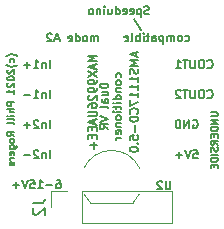
<source format=gbo>
G04 #@! TF.GenerationSoftware,KiCad,Pcbnew,8.0.2*
G04 #@! TF.CreationDate,2024-05-02T19:27:24+02:00*
G04 #@! TF.ProjectId,VR-Conditioner-MAX9926+reg,56522d43-6f6e-4646-9974-696f6e65722d,3.7*
G04 #@! TF.SameCoordinates,PX68c4118PY713e7a8*
G04 #@! TF.FileFunction,Legend,Bot*
G04 #@! TF.FilePolarity,Positive*
%FSLAX46Y46*%
G04 Gerber Fmt 4.6, Leading zero omitted, Abs format (unit mm)*
G04 Created by KiCad (PCBNEW 8.0.2) date 2024-05-02 19:27:24*
%MOMM*%
%LPD*%
G01*
G04 APERTURE LIST*
%ADD10C,0.150000*%
%ADD11C,0.120000*%
G04 APERTURE END LIST*
D10*
X11516229Y18467919D02*
X11516229Y18934586D01*
X11516229Y18867919D02*
X11482896Y18901252D01*
X11482896Y18901252D02*
X11416229Y18934586D01*
X11416229Y18934586D02*
X11316229Y18934586D01*
X11316229Y18934586D02*
X11249562Y18901252D01*
X11249562Y18901252D02*
X11216229Y18834586D01*
X11216229Y18834586D02*
X11216229Y18467919D01*
X11216229Y18834586D02*
X11182896Y18901252D01*
X11182896Y18901252D02*
X11116229Y18934586D01*
X11116229Y18934586D02*
X11016229Y18934586D01*
X11016229Y18934586D02*
X10949562Y18901252D01*
X10949562Y18901252D02*
X10916229Y18834586D01*
X10916229Y18834586D02*
X10916229Y18467919D01*
X10482896Y18467919D02*
X10549563Y18501252D01*
X10549563Y18501252D02*
X10582896Y18534586D01*
X10582896Y18534586D02*
X10616229Y18601252D01*
X10616229Y18601252D02*
X10616229Y18801252D01*
X10616229Y18801252D02*
X10582896Y18867919D01*
X10582896Y18867919D02*
X10549563Y18901252D01*
X10549563Y18901252D02*
X10482896Y18934586D01*
X10482896Y18934586D02*
X10382896Y18934586D01*
X10382896Y18934586D02*
X10316229Y18901252D01*
X10316229Y18901252D02*
X10282896Y18867919D01*
X10282896Y18867919D02*
X10249563Y18801252D01*
X10249563Y18801252D02*
X10249563Y18601252D01*
X10249563Y18601252D02*
X10282896Y18534586D01*
X10282896Y18534586D02*
X10316229Y18501252D01*
X10316229Y18501252D02*
X10382896Y18467919D01*
X10382896Y18467919D02*
X10482896Y18467919D01*
X9649563Y18467919D02*
X9649563Y19167919D01*
X9649563Y18501252D02*
X9716230Y18467919D01*
X9716230Y18467919D02*
X9849563Y18467919D01*
X9849563Y18467919D02*
X9916230Y18501252D01*
X9916230Y18501252D02*
X9949563Y18534586D01*
X9949563Y18534586D02*
X9982896Y18601252D01*
X9982896Y18601252D02*
X9982896Y18801252D01*
X9982896Y18801252D02*
X9949563Y18867919D01*
X9949563Y18867919D02*
X9916230Y18901252D01*
X9916230Y18901252D02*
X9849563Y18934586D01*
X9849563Y18934586D02*
X9716230Y18934586D01*
X9716230Y18934586D02*
X9649563Y18901252D01*
X9049563Y18501252D02*
X9116230Y18467919D01*
X9116230Y18467919D02*
X9249563Y18467919D01*
X9249563Y18467919D02*
X9316230Y18501252D01*
X9316230Y18501252D02*
X9349563Y18567919D01*
X9349563Y18567919D02*
X9349563Y18834586D01*
X9349563Y18834586D02*
X9316230Y18901252D01*
X9316230Y18901252D02*
X9249563Y18934586D01*
X9249563Y18934586D02*
X9116230Y18934586D01*
X9116230Y18934586D02*
X9049563Y18901252D01*
X9049563Y18901252D02*
X9016230Y18834586D01*
X9016230Y18834586D02*
X9016230Y18767919D01*
X9016230Y18767919D02*
X9349563Y18701252D01*
X8216230Y18667919D02*
X7882897Y18667919D01*
X8282897Y18467919D02*
X8049564Y19167919D01*
X8049564Y19167919D02*
X7816230Y18467919D01*
X7616230Y19101252D02*
X7582897Y19134586D01*
X7582897Y19134586D02*
X7516230Y19167919D01*
X7516230Y19167919D02*
X7349564Y19167919D01*
X7349564Y19167919D02*
X7282897Y19134586D01*
X7282897Y19134586D02*
X7249564Y19101252D01*
X7249564Y19101252D02*
X7216230Y19034586D01*
X7216230Y19034586D02*
X7216230Y18967919D01*
X7216230Y18967919D02*
X7249564Y18867919D01*
X7249564Y18867919D02*
X7649564Y18467919D01*
X7649564Y18467919D02*
X7216230Y18467919D01*
X15860000Y20794261D02*
X15760000Y20760928D01*
X15760000Y20760928D02*
X15593334Y20760928D01*
X15593334Y20760928D02*
X15526667Y20794261D01*
X15526667Y20794261D02*
X15493334Y20827595D01*
X15493334Y20827595D02*
X15460000Y20894261D01*
X15460000Y20894261D02*
X15460000Y20960928D01*
X15460000Y20960928D02*
X15493334Y21027595D01*
X15493334Y21027595D02*
X15526667Y21060928D01*
X15526667Y21060928D02*
X15593334Y21094261D01*
X15593334Y21094261D02*
X15726667Y21127595D01*
X15726667Y21127595D02*
X15793334Y21160928D01*
X15793334Y21160928D02*
X15826667Y21194261D01*
X15826667Y21194261D02*
X15860000Y21260928D01*
X15860000Y21260928D02*
X15860000Y21327595D01*
X15860000Y21327595D02*
X15826667Y21394261D01*
X15826667Y21394261D02*
X15793334Y21427595D01*
X15793334Y21427595D02*
X15726667Y21460928D01*
X15726667Y21460928D02*
X15560000Y21460928D01*
X15560000Y21460928D02*
X15460000Y21427595D01*
X15160000Y21227595D02*
X15160000Y20527595D01*
X15160000Y21194261D02*
X15093333Y21227595D01*
X15093333Y21227595D02*
X14960000Y21227595D01*
X14960000Y21227595D02*
X14893333Y21194261D01*
X14893333Y21194261D02*
X14860000Y21160928D01*
X14860000Y21160928D02*
X14826667Y21094261D01*
X14826667Y21094261D02*
X14826667Y20894261D01*
X14826667Y20894261D02*
X14860000Y20827595D01*
X14860000Y20827595D02*
X14893333Y20794261D01*
X14893333Y20794261D02*
X14960000Y20760928D01*
X14960000Y20760928D02*
X15093333Y20760928D01*
X15093333Y20760928D02*
X15160000Y20794261D01*
X14260000Y20794261D02*
X14326667Y20760928D01*
X14326667Y20760928D02*
X14460000Y20760928D01*
X14460000Y20760928D02*
X14526667Y20794261D01*
X14526667Y20794261D02*
X14560000Y20860928D01*
X14560000Y20860928D02*
X14560000Y21127595D01*
X14560000Y21127595D02*
X14526667Y21194261D01*
X14526667Y21194261D02*
X14460000Y21227595D01*
X14460000Y21227595D02*
X14326667Y21227595D01*
X14326667Y21227595D02*
X14260000Y21194261D01*
X14260000Y21194261D02*
X14226667Y21127595D01*
X14226667Y21127595D02*
X14226667Y21060928D01*
X14226667Y21060928D02*
X14560000Y20994261D01*
X13660000Y20794261D02*
X13726667Y20760928D01*
X13726667Y20760928D02*
X13860000Y20760928D01*
X13860000Y20760928D02*
X13926667Y20794261D01*
X13926667Y20794261D02*
X13960000Y20860928D01*
X13960000Y20860928D02*
X13960000Y21127595D01*
X13960000Y21127595D02*
X13926667Y21194261D01*
X13926667Y21194261D02*
X13860000Y21227595D01*
X13860000Y21227595D02*
X13726667Y21227595D01*
X13726667Y21227595D02*
X13660000Y21194261D01*
X13660000Y21194261D02*
X13626667Y21127595D01*
X13626667Y21127595D02*
X13626667Y21060928D01*
X13626667Y21060928D02*
X13960000Y20994261D01*
X13026667Y20760928D02*
X13026667Y21460928D01*
X13026667Y20794261D02*
X13093334Y20760928D01*
X13093334Y20760928D02*
X13226667Y20760928D01*
X13226667Y20760928D02*
X13293334Y20794261D01*
X13293334Y20794261D02*
X13326667Y20827595D01*
X13326667Y20827595D02*
X13360000Y20894261D01*
X13360000Y20894261D02*
X13360000Y21094261D01*
X13360000Y21094261D02*
X13326667Y21160928D01*
X13326667Y21160928D02*
X13293334Y21194261D01*
X13293334Y21194261D02*
X13226667Y21227595D01*
X13226667Y21227595D02*
X13093334Y21227595D01*
X13093334Y21227595D02*
X13026667Y21194261D01*
X12393334Y21227595D02*
X12393334Y20760928D01*
X12693334Y21227595D02*
X12693334Y20860928D01*
X12693334Y20860928D02*
X12660001Y20794261D01*
X12660001Y20794261D02*
X12593334Y20760928D01*
X12593334Y20760928D02*
X12493334Y20760928D01*
X12493334Y20760928D02*
X12426667Y20794261D01*
X12426667Y20794261D02*
X12393334Y20827595D01*
X12060001Y20760928D02*
X12060001Y21227595D01*
X12060001Y21460928D02*
X12093334Y21427595D01*
X12093334Y21427595D02*
X12060001Y21394261D01*
X12060001Y21394261D02*
X12026668Y21427595D01*
X12026668Y21427595D02*
X12060001Y21460928D01*
X12060001Y21460928D02*
X12060001Y21394261D01*
X11726668Y21227595D02*
X11726668Y20760928D01*
X11726668Y21160928D02*
X11693335Y21194261D01*
X11693335Y21194261D02*
X11626668Y21227595D01*
X11626668Y21227595D02*
X11526668Y21227595D01*
X11526668Y21227595D02*
X11460001Y21194261D01*
X11460001Y21194261D02*
X11426668Y21127595D01*
X11426668Y21127595D02*
X11426668Y20760928D01*
X10993335Y20760928D02*
X11060002Y20794261D01*
X11060002Y20794261D02*
X11093335Y20827595D01*
X11093335Y20827595D02*
X11126668Y20894261D01*
X11126668Y20894261D02*
X11126668Y21094261D01*
X11126668Y21094261D02*
X11093335Y21160928D01*
X11093335Y21160928D02*
X11060002Y21194261D01*
X11060002Y21194261D02*
X10993335Y21227595D01*
X10993335Y21227595D02*
X10893335Y21227595D01*
X10893335Y21227595D02*
X10826668Y21194261D01*
X10826668Y21194261D02*
X10793335Y21160928D01*
X10793335Y21160928D02*
X10760002Y21094261D01*
X10760002Y21094261D02*
X10760002Y20894261D01*
X10760002Y20894261D02*
X10793335Y20827595D01*
X10793335Y20827595D02*
X10826668Y20794261D01*
X10826668Y20794261D02*
X10893335Y20760928D01*
X10893335Y20760928D02*
X10993335Y20760928D01*
X14610000Y20367300D02*
X15210000Y19467300D01*
X18926665Y18540339D02*
X18993332Y18507006D01*
X18993332Y18507006D02*
X19126665Y18507006D01*
X19126665Y18507006D02*
X19193332Y18540339D01*
X19193332Y18540339D02*
X19226665Y18573673D01*
X19226665Y18573673D02*
X19259998Y18640339D01*
X19259998Y18640339D02*
X19259998Y18840339D01*
X19259998Y18840339D02*
X19226665Y18907006D01*
X19226665Y18907006D02*
X19193332Y18940339D01*
X19193332Y18940339D02*
X19126665Y18973673D01*
X19126665Y18973673D02*
X18993332Y18973673D01*
X18993332Y18973673D02*
X18926665Y18940339D01*
X18526665Y18507006D02*
X18593332Y18540339D01*
X18593332Y18540339D02*
X18626665Y18573673D01*
X18626665Y18573673D02*
X18659998Y18640339D01*
X18659998Y18640339D02*
X18659998Y18840339D01*
X18659998Y18840339D02*
X18626665Y18907006D01*
X18626665Y18907006D02*
X18593332Y18940339D01*
X18593332Y18940339D02*
X18526665Y18973673D01*
X18526665Y18973673D02*
X18426665Y18973673D01*
X18426665Y18973673D02*
X18359998Y18940339D01*
X18359998Y18940339D02*
X18326665Y18907006D01*
X18326665Y18907006D02*
X18293332Y18840339D01*
X18293332Y18840339D02*
X18293332Y18640339D01*
X18293332Y18640339D02*
X18326665Y18573673D01*
X18326665Y18573673D02*
X18359998Y18540339D01*
X18359998Y18540339D02*
X18426665Y18507006D01*
X18426665Y18507006D02*
X18526665Y18507006D01*
X17993332Y18507006D02*
X17993332Y18973673D01*
X17993332Y18907006D02*
X17959999Y18940339D01*
X17959999Y18940339D02*
X17893332Y18973673D01*
X17893332Y18973673D02*
X17793332Y18973673D01*
X17793332Y18973673D02*
X17726665Y18940339D01*
X17726665Y18940339D02*
X17693332Y18873673D01*
X17693332Y18873673D02*
X17693332Y18507006D01*
X17693332Y18873673D02*
X17659999Y18940339D01*
X17659999Y18940339D02*
X17593332Y18973673D01*
X17593332Y18973673D02*
X17493332Y18973673D01*
X17493332Y18973673D02*
X17426665Y18940339D01*
X17426665Y18940339D02*
X17393332Y18873673D01*
X17393332Y18873673D02*
X17393332Y18507006D01*
X17059999Y18973673D02*
X17059999Y18273673D01*
X17059999Y18940339D02*
X16993332Y18973673D01*
X16993332Y18973673D02*
X16859999Y18973673D01*
X16859999Y18973673D02*
X16793332Y18940339D01*
X16793332Y18940339D02*
X16759999Y18907006D01*
X16759999Y18907006D02*
X16726666Y18840339D01*
X16726666Y18840339D02*
X16726666Y18640339D01*
X16726666Y18640339D02*
X16759999Y18573673D01*
X16759999Y18573673D02*
X16793332Y18540339D01*
X16793332Y18540339D02*
X16859999Y18507006D01*
X16859999Y18507006D02*
X16993332Y18507006D01*
X16993332Y18507006D02*
X17059999Y18540339D01*
X16126666Y18507006D02*
X16126666Y18873673D01*
X16126666Y18873673D02*
X16159999Y18940339D01*
X16159999Y18940339D02*
X16226666Y18973673D01*
X16226666Y18973673D02*
X16359999Y18973673D01*
X16359999Y18973673D02*
X16426666Y18940339D01*
X16126666Y18540339D02*
X16193333Y18507006D01*
X16193333Y18507006D02*
X16359999Y18507006D01*
X16359999Y18507006D02*
X16426666Y18540339D01*
X16426666Y18540339D02*
X16459999Y18607006D01*
X16459999Y18607006D02*
X16459999Y18673673D01*
X16459999Y18673673D02*
X16426666Y18740339D01*
X16426666Y18740339D02*
X16359999Y18773673D01*
X16359999Y18773673D02*
X16193333Y18773673D01*
X16193333Y18773673D02*
X16126666Y18807006D01*
X15893333Y18973673D02*
X15626666Y18973673D01*
X15793333Y19207006D02*
X15793333Y18607006D01*
X15793333Y18607006D02*
X15760000Y18540339D01*
X15760000Y18540339D02*
X15693333Y18507006D01*
X15693333Y18507006D02*
X15626666Y18507006D01*
X15393333Y18507006D02*
X15393333Y18973673D01*
X15393333Y19207006D02*
X15426666Y19173673D01*
X15426666Y19173673D02*
X15393333Y19140339D01*
X15393333Y19140339D02*
X15360000Y19173673D01*
X15360000Y19173673D02*
X15393333Y19207006D01*
X15393333Y19207006D02*
X15393333Y19140339D01*
X15060000Y18507006D02*
X15060000Y19207006D01*
X15060000Y18940339D02*
X14993333Y18973673D01*
X14993333Y18973673D02*
X14860000Y18973673D01*
X14860000Y18973673D02*
X14793333Y18940339D01*
X14793333Y18940339D02*
X14760000Y18907006D01*
X14760000Y18907006D02*
X14726667Y18840339D01*
X14726667Y18840339D02*
X14726667Y18640339D01*
X14726667Y18640339D02*
X14760000Y18573673D01*
X14760000Y18573673D02*
X14793333Y18540339D01*
X14793333Y18540339D02*
X14860000Y18507006D01*
X14860000Y18507006D02*
X14993333Y18507006D01*
X14993333Y18507006D02*
X15060000Y18540339D01*
X14326667Y18507006D02*
X14393334Y18540339D01*
X14393334Y18540339D02*
X14426667Y18607006D01*
X14426667Y18607006D02*
X14426667Y19207006D01*
X13793333Y18540339D02*
X13860000Y18507006D01*
X13860000Y18507006D02*
X13993333Y18507006D01*
X13993333Y18507006D02*
X14060000Y18540339D01*
X14060000Y18540339D02*
X14093333Y18607006D01*
X14093333Y18607006D02*
X14093333Y18873673D01*
X14093333Y18873673D02*
X14060000Y18940339D01*
X14060000Y18940339D02*
X13993333Y18973673D01*
X13993333Y18973673D02*
X13860000Y18973673D01*
X13860000Y18973673D02*
X13793333Y18940339D01*
X13793333Y18940339D02*
X13760000Y18873673D01*
X13760000Y18873673D02*
X13760000Y18807006D01*
X13760000Y18807006D02*
X14093333Y18740339D01*
X21068119Y12466556D02*
X21553833Y12466556D01*
X21553833Y12466556D02*
X21610976Y12437985D01*
X21610976Y12437985D02*
X21639548Y12409413D01*
X21639548Y12409413D02*
X21668119Y12352271D01*
X21668119Y12352271D02*
X21668119Y12237985D01*
X21668119Y12237985D02*
X21639548Y12180842D01*
X21639548Y12180842D02*
X21610976Y12152271D01*
X21610976Y12152271D02*
X21553833Y12123699D01*
X21553833Y12123699D02*
X21068119Y12123699D01*
X21668119Y11837985D02*
X21068119Y11837985D01*
X21068119Y11837985D02*
X21668119Y11495128D01*
X21668119Y11495128D02*
X21068119Y11495128D01*
X21668119Y11209414D02*
X21068119Y11209414D01*
X21068119Y11209414D02*
X21068119Y11066557D01*
X21068119Y11066557D02*
X21096690Y10980843D01*
X21096690Y10980843D02*
X21153833Y10923700D01*
X21153833Y10923700D02*
X21210976Y10895129D01*
X21210976Y10895129D02*
X21325262Y10866557D01*
X21325262Y10866557D02*
X21410976Y10866557D01*
X21410976Y10866557D02*
X21525262Y10895129D01*
X21525262Y10895129D02*
X21582405Y10923700D01*
X21582405Y10923700D02*
X21639548Y10980843D01*
X21639548Y10980843D02*
X21668119Y11066557D01*
X21668119Y11066557D02*
X21668119Y11209414D01*
X21353833Y10609414D02*
X21353833Y10409414D01*
X21668119Y10323700D02*
X21668119Y10609414D01*
X21668119Y10609414D02*
X21068119Y10609414D01*
X21068119Y10609414D02*
X21068119Y10323700D01*
X21668119Y9723700D02*
X21382405Y9923700D01*
X21668119Y10066557D02*
X21068119Y10066557D01*
X21068119Y10066557D02*
X21068119Y9837986D01*
X21068119Y9837986D02*
X21096690Y9780843D01*
X21096690Y9780843D02*
X21125262Y9752272D01*
X21125262Y9752272D02*
X21182405Y9723700D01*
X21182405Y9723700D02*
X21268119Y9723700D01*
X21268119Y9723700D02*
X21325262Y9752272D01*
X21325262Y9752272D02*
X21353833Y9780843D01*
X21353833Y9780843D02*
X21382405Y9837986D01*
X21382405Y9837986D02*
X21382405Y10066557D01*
X21639548Y9495129D02*
X21668119Y9409414D01*
X21668119Y9409414D02*
X21668119Y9266557D01*
X21668119Y9266557D02*
X21639548Y9209414D01*
X21639548Y9209414D02*
X21610976Y9180843D01*
X21610976Y9180843D02*
X21553833Y9152272D01*
X21553833Y9152272D02*
X21496690Y9152272D01*
X21496690Y9152272D02*
X21439548Y9180843D01*
X21439548Y9180843D02*
X21410976Y9209414D01*
X21410976Y9209414D02*
X21382405Y9266557D01*
X21382405Y9266557D02*
X21353833Y9380843D01*
X21353833Y9380843D02*
X21325262Y9437986D01*
X21325262Y9437986D02*
X21296690Y9466557D01*
X21296690Y9466557D02*
X21239548Y9495129D01*
X21239548Y9495129D02*
X21182405Y9495129D01*
X21182405Y9495129D02*
X21125262Y9466557D01*
X21125262Y9466557D02*
X21096690Y9437986D01*
X21096690Y9437986D02*
X21068119Y9380843D01*
X21068119Y9380843D02*
X21068119Y9237986D01*
X21068119Y9237986D02*
X21096690Y9152272D01*
X21668119Y8895128D02*
X21068119Y8895128D01*
X21668119Y8609414D02*
X21068119Y8609414D01*
X21068119Y8609414D02*
X21068119Y8466557D01*
X21068119Y8466557D02*
X21096690Y8380843D01*
X21096690Y8380843D02*
X21153833Y8323700D01*
X21153833Y8323700D02*
X21210976Y8295129D01*
X21210976Y8295129D02*
X21325262Y8266557D01*
X21325262Y8266557D02*
X21410976Y8266557D01*
X21410976Y8266557D02*
X21525262Y8295129D01*
X21525262Y8295129D02*
X21582405Y8323700D01*
X21582405Y8323700D02*
X21639548Y8380843D01*
X21639548Y8380843D02*
X21668119Y8466557D01*
X21668119Y8466557D02*
X21668119Y8609414D01*
X21353833Y8009414D02*
X21353833Y7809414D01*
X21668119Y7723700D02*
X21668119Y8009414D01*
X21668119Y8009414D02*
X21068119Y8009414D01*
X21068119Y8009414D02*
X21068119Y7723700D01*
X4683342Y17200002D02*
X4654771Y17228573D01*
X4654771Y17228573D02*
X4569057Y17285716D01*
X4569057Y17285716D02*
X4511914Y17314287D01*
X4511914Y17314287D02*
X4426200Y17342859D01*
X4426200Y17342859D02*
X4283342Y17371430D01*
X4283342Y17371430D02*
X4169057Y17371430D01*
X4169057Y17371430D02*
X4026200Y17342859D01*
X4026200Y17342859D02*
X3940485Y17314287D01*
X3940485Y17314287D02*
X3883342Y17285716D01*
X3883342Y17285716D02*
X3797628Y17228573D01*
X3797628Y17228573D02*
X3769057Y17200002D01*
X4426200Y16714287D02*
X4454771Y16771430D01*
X4454771Y16771430D02*
X4454771Y16885716D01*
X4454771Y16885716D02*
X4426200Y16942859D01*
X4426200Y16942859D02*
X4397628Y16971430D01*
X4397628Y16971430D02*
X4340485Y17000002D01*
X4340485Y17000002D02*
X4169057Y17000002D01*
X4169057Y17000002D02*
X4111914Y16971430D01*
X4111914Y16971430D02*
X4083342Y16942859D01*
X4083342Y16942859D02*
X4054771Y16885716D01*
X4054771Y16885716D02*
X4054771Y16771430D01*
X4054771Y16771430D02*
X4083342Y16714287D01*
X4683342Y16514287D02*
X4654771Y16485716D01*
X4654771Y16485716D02*
X4569057Y16428573D01*
X4569057Y16428573D02*
X4511914Y16400001D01*
X4511914Y16400001D02*
X4426200Y16371430D01*
X4426200Y16371430D02*
X4283342Y16342859D01*
X4283342Y16342859D02*
X4169057Y16342859D01*
X4169057Y16342859D02*
X4026200Y16371430D01*
X4026200Y16371430D02*
X3940485Y16400001D01*
X3940485Y16400001D02*
X3883342Y16428573D01*
X3883342Y16428573D02*
X3797628Y16485716D01*
X3797628Y16485716D02*
X3769057Y16514287D01*
X3911914Y16085716D02*
X3883342Y16057144D01*
X3883342Y16057144D02*
X3854771Y16000001D01*
X3854771Y16000001D02*
X3854771Y15857144D01*
X3854771Y15857144D02*
X3883342Y15800001D01*
X3883342Y15800001D02*
X3911914Y15771430D01*
X3911914Y15771430D02*
X3969057Y15742859D01*
X3969057Y15742859D02*
X4026200Y15742859D01*
X4026200Y15742859D02*
X4111914Y15771430D01*
X4111914Y15771430D02*
X4454771Y16114287D01*
X4454771Y16114287D02*
X4454771Y15742859D01*
X3854771Y15371430D02*
X3854771Y15314287D01*
X3854771Y15314287D02*
X3883342Y15257144D01*
X3883342Y15257144D02*
X3911914Y15228572D01*
X3911914Y15228572D02*
X3969057Y15200001D01*
X3969057Y15200001D02*
X4083342Y15171430D01*
X4083342Y15171430D02*
X4226200Y15171430D01*
X4226200Y15171430D02*
X4340485Y15200001D01*
X4340485Y15200001D02*
X4397628Y15228572D01*
X4397628Y15228572D02*
X4426200Y15257144D01*
X4426200Y15257144D02*
X4454771Y15314287D01*
X4454771Y15314287D02*
X4454771Y15371430D01*
X4454771Y15371430D02*
X4426200Y15428572D01*
X4426200Y15428572D02*
X4397628Y15457144D01*
X4397628Y15457144D02*
X4340485Y15485715D01*
X4340485Y15485715D02*
X4226200Y15514287D01*
X4226200Y15514287D02*
X4083342Y15514287D01*
X4083342Y15514287D02*
X3969057Y15485715D01*
X3969057Y15485715D02*
X3911914Y15457144D01*
X3911914Y15457144D02*
X3883342Y15428572D01*
X3883342Y15428572D02*
X3854771Y15371430D01*
X3911914Y14942858D02*
X3883342Y14914286D01*
X3883342Y14914286D02*
X3854771Y14857143D01*
X3854771Y14857143D02*
X3854771Y14714286D01*
X3854771Y14714286D02*
X3883342Y14657143D01*
X3883342Y14657143D02*
X3911914Y14628572D01*
X3911914Y14628572D02*
X3969057Y14600001D01*
X3969057Y14600001D02*
X4026200Y14600001D01*
X4026200Y14600001D02*
X4111914Y14628572D01*
X4111914Y14628572D02*
X4454771Y14971429D01*
X4454771Y14971429D02*
X4454771Y14600001D01*
X4454771Y14028572D02*
X4454771Y14371429D01*
X4454771Y14200000D02*
X3854771Y14200000D01*
X3854771Y14200000D02*
X3940485Y14257143D01*
X3940485Y14257143D02*
X3997628Y14314286D01*
X3997628Y14314286D02*
X4026200Y14371429D01*
X4454771Y13314285D02*
X3854771Y13314285D01*
X3854771Y13314285D02*
X3854771Y13085714D01*
X3854771Y13085714D02*
X3883342Y13028571D01*
X3883342Y13028571D02*
X3911914Y13000000D01*
X3911914Y13000000D02*
X3969057Y12971428D01*
X3969057Y12971428D02*
X4054771Y12971428D01*
X4054771Y12971428D02*
X4111914Y13000000D01*
X4111914Y13000000D02*
X4140485Y13028571D01*
X4140485Y13028571D02*
X4169057Y13085714D01*
X4169057Y13085714D02*
X4169057Y13314285D01*
X4454771Y12714285D02*
X3854771Y12714285D01*
X4454771Y12457142D02*
X4140485Y12457142D01*
X4140485Y12457142D02*
X4083342Y12485714D01*
X4083342Y12485714D02*
X4054771Y12542857D01*
X4054771Y12542857D02*
X4054771Y12628571D01*
X4054771Y12628571D02*
X4083342Y12685714D01*
X4083342Y12685714D02*
X4111914Y12714285D01*
X4454771Y12171428D02*
X4054771Y12171428D01*
X3854771Y12171428D02*
X3883342Y12200000D01*
X3883342Y12200000D02*
X3911914Y12171428D01*
X3911914Y12171428D02*
X3883342Y12142857D01*
X3883342Y12142857D02*
X3854771Y12171428D01*
X3854771Y12171428D02*
X3911914Y12171428D01*
X4454771Y11800000D02*
X4426200Y11857143D01*
X4426200Y11857143D02*
X4369057Y11885714D01*
X4369057Y11885714D02*
X3854771Y11885714D01*
X4454771Y11485714D02*
X4426200Y11542857D01*
X4426200Y11542857D02*
X4369057Y11571428D01*
X4369057Y11571428D02*
X3854771Y11571428D01*
X4454771Y10457142D02*
X4169057Y10657142D01*
X4454771Y10799999D02*
X3854771Y10799999D01*
X3854771Y10799999D02*
X3854771Y10571428D01*
X3854771Y10571428D02*
X3883342Y10514285D01*
X3883342Y10514285D02*
X3911914Y10485714D01*
X3911914Y10485714D02*
X3969057Y10457142D01*
X3969057Y10457142D02*
X4054771Y10457142D01*
X4054771Y10457142D02*
X4111914Y10485714D01*
X4111914Y10485714D02*
X4140485Y10514285D01*
X4140485Y10514285D02*
X4169057Y10571428D01*
X4169057Y10571428D02*
X4169057Y10799999D01*
X4454771Y10114285D02*
X4426200Y10171428D01*
X4426200Y10171428D02*
X4397628Y10199999D01*
X4397628Y10199999D02*
X4340485Y10228571D01*
X4340485Y10228571D02*
X4169057Y10228571D01*
X4169057Y10228571D02*
X4111914Y10199999D01*
X4111914Y10199999D02*
X4083342Y10171428D01*
X4083342Y10171428D02*
X4054771Y10114285D01*
X4054771Y10114285D02*
X4054771Y10028571D01*
X4054771Y10028571D02*
X4083342Y9971428D01*
X4083342Y9971428D02*
X4111914Y9942856D01*
X4111914Y9942856D02*
X4169057Y9914285D01*
X4169057Y9914285D02*
X4340485Y9914285D01*
X4340485Y9914285D02*
X4397628Y9942856D01*
X4397628Y9942856D02*
X4426200Y9971428D01*
X4426200Y9971428D02*
X4454771Y10028571D01*
X4454771Y10028571D02*
X4454771Y10114285D01*
X4054771Y9399999D02*
X4540485Y9399999D01*
X4540485Y9399999D02*
X4597628Y9428571D01*
X4597628Y9428571D02*
X4626200Y9457142D01*
X4626200Y9457142D02*
X4654771Y9514285D01*
X4654771Y9514285D02*
X4654771Y9599999D01*
X4654771Y9599999D02*
X4626200Y9657142D01*
X4426200Y9399999D02*
X4454771Y9457142D01*
X4454771Y9457142D02*
X4454771Y9571428D01*
X4454771Y9571428D02*
X4426200Y9628571D01*
X4426200Y9628571D02*
X4397628Y9657142D01*
X4397628Y9657142D02*
X4340485Y9685714D01*
X4340485Y9685714D02*
X4169057Y9685714D01*
X4169057Y9685714D02*
X4111914Y9657142D01*
X4111914Y9657142D02*
X4083342Y9628571D01*
X4083342Y9628571D02*
X4054771Y9571428D01*
X4054771Y9571428D02*
X4054771Y9457142D01*
X4054771Y9457142D02*
X4083342Y9399999D01*
X4426200Y8885714D02*
X4454771Y8942857D01*
X4454771Y8942857D02*
X4454771Y9057142D01*
X4454771Y9057142D02*
X4426200Y9114285D01*
X4426200Y9114285D02*
X4369057Y9142857D01*
X4369057Y9142857D02*
X4140485Y9142857D01*
X4140485Y9142857D02*
X4083342Y9114285D01*
X4083342Y9114285D02*
X4054771Y9057142D01*
X4054771Y9057142D02*
X4054771Y8942857D01*
X4054771Y8942857D02*
X4083342Y8885714D01*
X4083342Y8885714D02*
X4140485Y8857142D01*
X4140485Y8857142D02*
X4197628Y8857142D01*
X4197628Y8857142D02*
X4254771Y9142857D01*
X4454771Y8599999D02*
X4054771Y8599999D01*
X4169057Y8599999D02*
X4111914Y8571428D01*
X4111914Y8571428D02*
X4083342Y8542856D01*
X4083342Y8542856D02*
X4054771Y8485714D01*
X4054771Y8485714D02*
X4054771Y8428571D01*
X4426200Y8257142D02*
X4454771Y8199999D01*
X4454771Y8199999D02*
X4454771Y8085713D01*
X4454771Y8085713D02*
X4426200Y8028570D01*
X4426200Y8028570D02*
X4369057Y7999999D01*
X4369057Y7999999D02*
X4340485Y7999999D01*
X4340485Y7999999D02*
X4283342Y8028570D01*
X4283342Y8028570D02*
X4254771Y8085713D01*
X4254771Y8085713D02*
X4254771Y8171427D01*
X4254771Y8171427D02*
X4226200Y8228570D01*
X4226200Y8228570D02*
X4169057Y8257142D01*
X4169057Y8257142D02*
X4140485Y8257142D01*
X4140485Y8257142D02*
X4083342Y8228570D01*
X4083342Y8228570D02*
X4054771Y8171427D01*
X4054771Y8171427D02*
X4054771Y8085713D01*
X4054771Y8085713D02*
X4083342Y8028570D01*
X14721033Y17535001D02*
X14721033Y17201668D01*
X14921033Y17601668D02*
X14221033Y17368334D01*
X14221033Y17368334D02*
X14921033Y17135001D01*
X14921033Y16901668D02*
X14221033Y16901668D01*
X14221033Y16901668D02*
X14721033Y16668334D01*
X14721033Y16668334D02*
X14221033Y16435001D01*
X14221033Y16435001D02*
X14921033Y16435001D01*
X14887700Y16135001D02*
X14921033Y16035001D01*
X14921033Y16035001D02*
X14921033Y15868334D01*
X14921033Y15868334D02*
X14887700Y15801668D01*
X14887700Y15801668D02*
X14854366Y15768334D01*
X14854366Y15768334D02*
X14787700Y15735001D01*
X14787700Y15735001D02*
X14721033Y15735001D01*
X14721033Y15735001D02*
X14654366Y15768334D01*
X14654366Y15768334D02*
X14621033Y15801668D01*
X14621033Y15801668D02*
X14587700Y15868334D01*
X14587700Y15868334D02*
X14554366Y16001668D01*
X14554366Y16001668D02*
X14521033Y16068334D01*
X14521033Y16068334D02*
X14487700Y16101668D01*
X14487700Y16101668D02*
X14421033Y16135001D01*
X14421033Y16135001D02*
X14354366Y16135001D01*
X14354366Y16135001D02*
X14287700Y16101668D01*
X14287700Y16101668D02*
X14254366Y16068334D01*
X14254366Y16068334D02*
X14221033Y16001668D01*
X14221033Y16001668D02*
X14221033Y15835001D01*
X14221033Y15835001D02*
X14254366Y15735001D01*
X14921033Y15068334D02*
X14921033Y15468334D01*
X14921033Y15268334D02*
X14221033Y15268334D01*
X14221033Y15268334D02*
X14321033Y15335001D01*
X14321033Y15335001D02*
X14387700Y15401667D01*
X14387700Y15401667D02*
X14421033Y15468334D01*
X14921033Y14401667D02*
X14921033Y14801667D01*
X14921033Y14601667D02*
X14221033Y14601667D01*
X14221033Y14601667D02*
X14321033Y14668334D01*
X14321033Y14668334D02*
X14387700Y14735000D01*
X14387700Y14735000D02*
X14421033Y14801667D01*
X14921033Y13735000D02*
X14921033Y14135000D01*
X14921033Y13935000D02*
X14221033Y13935000D01*
X14221033Y13935000D02*
X14321033Y14001667D01*
X14321033Y14001667D02*
X14387700Y14068333D01*
X14387700Y14068333D02*
X14421033Y14135000D01*
X14221033Y13501666D02*
X14221033Y13035000D01*
X14221033Y13035000D02*
X14921033Y13335000D01*
X14854366Y12368333D02*
X14887700Y12401666D01*
X14887700Y12401666D02*
X14921033Y12501666D01*
X14921033Y12501666D02*
X14921033Y12568333D01*
X14921033Y12568333D02*
X14887700Y12668333D01*
X14887700Y12668333D02*
X14821033Y12734999D01*
X14821033Y12734999D02*
X14754366Y12768333D01*
X14754366Y12768333D02*
X14621033Y12801666D01*
X14621033Y12801666D02*
X14521033Y12801666D01*
X14521033Y12801666D02*
X14387700Y12768333D01*
X14387700Y12768333D02*
X14321033Y12734999D01*
X14321033Y12734999D02*
X14254366Y12668333D01*
X14254366Y12668333D02*
X14221033Y12568333D01*
X14221033Y12568333D02*
X14221033Y12501666D01*
X14221033Y12501666D02*
X14254366Y12401666D01*
X14254366Y12401666D02*
X14287700Y12368333D01*
X14921033Y12068333D02*
X14221033Y12068333D01*
X14221033Y12068333D02*
X14221033Y11901666D01*
X14221033Y11901666D02*
X14254366Y11801666D01*
X14254366Y11801666D02*
X14321033Y11734999D01*
X14321033Y11734999D02*
X14387700Y11701666D01*
X14387700Y11701666D02*
X14521033Y11668333D01*
X14521033Y11668333D02*
X14621033Y11668333D01*
X14621033Y11668333D02*
X14754366Y11701666D01*
X14754366Y11701666D02*
X14821033Y11734999D01*
X14821033Y11734999D02*
X14887700Y11801666D01*
X14887700Y11801666D02*
X14921033Y11901666D01*
X14921033Y11901666D02*
X14921033Y12068333D01*
X14654366Y11368333D02*
X14654366Y10834999D01*
X14221033Y10168332D02*
X14221033Y10501666D01*
X14221033Y10501666D02*
X14554366Y10534999D01*
X14554366Y10534999D02*
X14521033Y10501666D01*
X14521033Y10501666D02*
X14487700Y10434999D01*
X14487700Y10434999D02*
X14487700Y10268332D01*
X14487700Y10268332D02*
X14521033Y10201666D01*
X14521033Y10201666D02*
X14554366Y10168332D01*
X14554366Y10168332D02*
X14621033Y10134999D01*
X14621033Y10134999D02*
X14787700Y10134999D01*
X14787700Y10134999D02*
X14854366Y10168332D01*
X14854366Y10168332D02*
X14887700Y10201666D01*
X14887700Y10201666D02*
X14921033Y10268332D01*
X14921033Y10268332D02*
X14921033Y10434999D01*
X14921033Y10434999D02*
X14887700Y10501666D01*
X14887700Y10501666D02*
X14854366Y10534999D01*
X14854366Y9834999D02*
X14887700Y9801665D01*
X14887700Y9801665D02*
X14921033Y9834999D01*
X14921033Y9834999D02*
X14887700Y9868332D01*
X14887700Y9868332D02*
X14854366Y9834999D01*
X14854366Y9834999D02*
X14921033Y9834999D01*
X14221033Y9368332D02*
X14221033Y9301666D01*
X14221033Y9301666D02*
X14254366Y9234999D01*
X14254366Y9234999D02*
X14287700Y9201666D01*
X14287700Y9201666D02*
X14354366Y9168332D01*
X14354366Y9168332D02*
X14487700Y9134999D01*
X14487700Y9134999D02*
X14654366Y9134999D01*
X14654366Y9134999D02*
X14787700Y9168332D01*
X14787700Y9168332D02*
X14854366Y9201666D01*
X14854366Y9201666D02*
X14887700Y9234999D01*
X14887700Y9234999D02*
X14921033Y9301666D01*
X14921033Y9301666D02*
X14921033Y9368332D01*
X14921033Y9368332D02*
X14887700Y9434999D01*
X14887700Y9434999D02*
X14854366Y9468332D01*
X14854366Y9468332D02*
X14787700Y9501666D01*
X14787700Y9501666D02*
X14654366Y9534999D01*
X14654366Y9534999D02*
X14487700Y9534999D01*
X14487700Y9534999D02*
X14354366Y9501666D01*
X14354366Y9501666D02*
X14287700Y9468332D01*
X14287700Y9468332D02*
X14254366Y9434999D01*
X14254366Y9434999D02*
X14221033Y9368332D01*
X12382159Y14906986D02*
X11682159Y14906986D01*
X11682159Y14906986D02*
X11682159Y14740319D01*
X11682159Y14740319D02*
X11715492Y14640319D01*
X11715492Y14640319D02*
X11782159Y14573652D01*
X11782159Y14573652D02*
X11848826Y14540319D01*
X11848826Y14540319D02*
X11982159Y14506986D01*
X11982159Y14506986D02*
X12082159Y14506986D01*
X12082159Y14506986D02*
X12215492Y14540319D01*
X12215492Y14540319D02*
X12282159Y14573652D01*
X12282159Y14573652D02*
X12348826Y14640319D01*
X12348826Y14640319D02*
X12382159Y14740319D01*
X12382159Y14740319D02*
X12382159Y14906986D01*
X11915492Y13906986D02*
X12382159Y13906986D01*
X11915492Y14206986D02*
X12282159Y14206986D01*
X12282159Y14206986D02*
X12348826Y14173652D01*
X12348826Y14173652D02*
X12382159Y14106986D01*
X12382159Y14106986D02*
X12382159Y14006986D01*
X12382159Y14006986D02*
X12348826Y13940319D01*
X12348826Y13940319D02*
X12315492Y13906986D01*
X12382159Y13273653D02*
X12015492Y13273653D01*
X12015492Y13273653D02*
X11948826Y13306986D01*
X11948826Y13306986D02*
X11915492Y13373653D01*
X11915492Y13373653D02*
X11915492Y13506986D01*
X11915492Y13506986D02*
X11948826Y13573653D01*
X12348826Y13273653D02*
X12382159Y13340319D01*
X12382159Y13340319D02*
X12382159Y13506986D01*
X12382159Y13506986D02*
X12348826Y13573653D01*
X12348826Y13573653D02*
X12282159Y13606986D01*
X12282159Y13606986D02*
X12215492Y13606986D01*
X12215492Y13606986D02*
X12148826Y13573653D01*
X12148826Y13573653D02*
X12115492Y13506986D01*
X12115492Y13506986D02*
X12115492Y13340319D01*
X12115492Y13340319D02*
X12082159Y13273653D01*
X12382159Y12840320D02*
X12348826Y12906986D01*
X12348826Y12906986D02*
X12282159Y12940320D01*
X12282159Y12940320D02*
X11682159Y12940320D01*
X11682159Y12140320D02*
X12382159Y11906986D01*
X12382159Y11906986D02*
X11682159Y11673653D01*
X12382159Y11040320D02*
X12048826Y11273653D01*
X12382159Y11440320D02*
X11682159Y11440320D01*
X11682159Y11440320D02*
X11682159Y11173653D01*
X11682159Y11173653D02*
X11715492Y11106986D01*
X11715492Y11106986D02*
X11748826Y11073653D01*
X11748826Y11073653D02*
X11815492Y11040320D01*
X11815492Y11040320D02*
X11915492Y11040320D01*
X11915492Y11040320D02*
X11982159Y11073653D01*
X11982159Y11073653D02*
X12015492Y11106986D01*
X12015492Y11106986D02*
X12048826Y11173653D01*
X12048826Y11173653D02*
X12048826Y11440320D01*
X13475787Y15456985D02*
X13509120Y15523651D01*
X13509120Y15523651D02*
X13509120Y15656985D01*
X13509120Y15656985D02*
X13475787Y15723651D01*
X13475787Y15723651D02*
X13442453Y15756985D01*
X13442453Y15756985D02*
X13375787Y15790318D01*
X13375787Y15790318D02*
X13175787Y15790318D01*
X13175787Y15790318D02*
X13109120Y15756985D01*
X13109120Y15756985D02*
X13075787Y15723651D01*
X13075787Y15723651D02*
X13042453Y15656985D01*
X13042453Y15656985D02*
X13042453Y15523651D01*
X13042453Y15523651D02*
X13075787Y15456985D01*
X13509120Y15056985D02*
X13475787Y15123651D01*
X13475787Y15123651D02*
X13442453Y15156985D01*
X13442453Y15156985D02*
X13375787Y15190318D01*
X13375787Y15190318D02*
X13175787Y15190318D01*
X13175787Y15190318D02*
X13109120Y15156985D01*
X13109120Y15156985D02*
X13075787Y15123651D01*
X13075787Y15123651D02*
X13042453Y15056985D01*
X13042453Y15056985D02*
X13042453Y14956985D01*
X13042453Y14956985D02*
X13075787Y14890318D01*
X13075787Y14890318D02*
X13109120Y14856985D01*
X13109120Y14856985D02*
X13175787Y14823651D01*
X13175787Y14823651D02*
X13375787Y14823651D01*
X13375787Y14823651D02*
X13442453Y14856985D01*
X13442453Y14856985D02*
X13475787Y14890318D01*
X13475787Y14890318D02*
X13509120Y14956985D01*
X13509120Y14956985D02*
X13509120Y15056985D01*
X13042453Y14523652D02*
X13509120Y14523652D01*
X13109120Y14523652D02*
X13075787Y14490318D01*
X13075787Y14490318D02*
X13042453Y14423652D01*
X13042453Y14423652D02*
X13042453Y14323652D01*
X13042453Y14323652D02*
X13075787Y14256985D01*
X13075787Y14256985D02*
X13142453Y14223652D01*
X13142453Y14223652D02*
X13509120Y14223652D01*
X13509120Y13590319D02*
X12809120Y13590319D01*
X13475787Y13590319D02*
X13509120Y13656985D01*
X13509120Y13656985D02*
X13509120Y13790319D01*
X13509120Y13790319D02*
X13475787Y13856985D01*
X13475787Y13856985D02*
X13442453Y13890319D01*
X13442453Y13890319D02*
X13375787Y13923652D01*
X13375787Y13923652D02*
X13175787Y13923652D01*
X13175787Y13923652D02*
X13109120Y13890319D01*
X13109120Y13890319D02*
X13075787Y13856985D01*
X13075787Y13856985D02*
X13042453Y13790319D01*
X13042453Y13790319D02*
X13042453Y13656985D01*
X13042453Y13656985D02*
X13075787Y13590319D01*
X13509120Y13256986D02*
X13042453Y13256986D01*
X12809120Y13256986D02*
X12842453Y13290319D01*
X12842453Y13290319D02*
X12875787Y13256986D01*
X12875787Y13256986D02*
X12842453Y13223652D01*
X12842453Y13223652D02*
X12809120Y13256986D01*
X12809120Y13256986D02*
X12875787Y13256986D01*
X13042453Y13023653D02*
X13042453Y12756986D01*
X12809120Y12923653D02*
X13409120Y12923653D01*
X13409120Y12923653D02*
X13475787Y12890319D01*
X13475787Y12890319D02*
X13509120Y12823653D01*
X13509120Y12823653D02*
X13509120Y12756986D01*
X13509120Y12523653D02*
X13042453Y12523653D01*
X12809120Y12523653D02*
X12842453Y12556986D01*
X12842453Y12556986D02*
X12875787Y12523653D01*
X12875787Y12523653D02*
X12842453Y12490319D01*
X12842453Y12490319D02*
X12809120Y12523653D01*
X12809120Y12523653D02*
X12875787Y12523653D01*
X13509120Y12090320D02*
X13475787Y12156986D01*
X13475787Y12156986D02*
X13442453Y12190320D01*
X13442453Y12190320D02*
X13375787Y12223653D01*
X13375787Y12223653D02*
X13175787Y12223653D01*
X13175787Y12223653D02*
X13109120Y12190320D01*
X13109120Y12190320D02*
X13075787Y12156986D01*
X13075787Y12156986D02*
X13042453Y12090320D01*
X13042453Y12090320D02*
X13042453Y11990320D01*
X13042453Y11990320D02*
X13075787Y11923653D01*
X13075787Y11923653D02*
X13109120Y11890320D01*
X13109120Y11890320D02*
X13175787Y11856986D01*
X13175787Y11856986D02*
X13375787Y11856986D01*
X13375787Y11856986D02*
X13442453Y11890320D01*
X13442453Y11890320D02*
X13475787Y11923653D01*
X13475787Y11923653D02*
X13509120Y11990320D01*
X13509120Y11990320D02*
X13509120Y12090320D01*
X13042453Y11556987D02*
X13509120Y11556987D01*
X13109120Y11556987D02*
X13075787Y11523653D01*
X13075787Y11523653D02*
X13042453Y11456987D01*
X13042453Y11456987D02*
X13042453Y11356987D01*
X13042453Y11356987D02*
X13075787Y11290320D01*
X13075787Y11290320D02*
X13142453Y11256987D01*
X13142453Y11256987D02*
X13509120Y11256987D01*
X13475787Y10656987D02*
X13509120Y10723654D01*
X13509120Y10723654D02*
X13509120Y10856987D01*
X13509120Y10856987D02*
X13475787Y10923654D01*
X13475787Y10923654D02*
X13409120Y10956987D01*
X13409120Y10956987D02*
X13142453Y10956987D01*
X13142453Y10956987D02*
X13075787Y10923654D01*
X13075787Y10923654D02*
X13042453Y10856987D01*
X13042453Y10856987D02*
X13042453Y10723654D01*
X13042453Y10723654D02*
X13075787Y10656987D01*
X13075787Y10656987D02*
X13142453Y10623654D01*
X13142453Y10623654D02*
X13209120Y10623654D01*
X13209120Y10623654D02*
X13275787Y10956987D01*
X13509120Y10323654D02*
X13042453Y10323654D01*
X13175787Y10323654D02*
X13109120Y10290320D01*
X13109120Y10290320D02*
X13075787Y10256987D01*
X13075787Y10256987D02*
X13042453Y10190320D01*
X13042453Y10190320D02*
X13042453Y10123654D01*
X8050000Y6733967D02*
X8183333Y6733967D01*
X8183333Y6733967D02*
X8250000Y6700634D01*
X8250000Y6700634D02*
X8283333Y6667300D01*
X8283333Y6667300D02*
X8350000Y6567300D01*
X8350000Y6567300D02*
X8383333Y6433967D01*
X8383333Y6433967D02*
X8383333Y6167300D01*
X8383333Y6167300D02*
X8350000Y6100634D01*
X8350000Y6100634D02*
X8316667Y6067300D01*
X8316667Y6067300D02*
X8250000Y6033967D01*
X8250000Y6033967D02*
X8116667Y6033967D01*
X8116667Y6033967D02*
X8050000Y6067300D01*
X8050000Y6067300D02*
X8016667Y6100634D01*
X8016667Y6100634D02*
X7983333Y6167300D01*
X7983333Y6167300D02*
X7983333Y6333967D01*
X7983333Y6333967D02*
X8016667Y6400634D01*
X8016667Y6400634D02*
X8050000Y6433967D01*
X8050000Y6433967D02*
X8116667Y6467300D01*
X8116667Y6467300D02*
X8250000Y6467300D01*
X8250000Y6467300D02*
X8316667Y6433967D01*
X8316667Y6433967D02*
X8350000Y6400634D01*
X8350000Y6400634D02*
X8383333Y6333967D01*
X7683333Y6300634D02*
X7150000Y6300634D01*
X6449999Y6033967D02*
X6849999Y6033967D01*
X6649999Y6033967D02*
X6649999Y6733967D01*
X6649999Y6733967D02*
X6716666Y6633967D01*
X6716666Y6633967D02*
X6783333Y6567300D01*
X6783333Y6567300D02*
X6849999Y6533967D01*
X5816666Y6733967D02*
X6149999Y6733967D01*
X6149999Y6733967D02*
X6183332Y6400634D01*
X6183332Y6400634D02*
X6149999Y6433967D01*
X6149999Y6433967D02*
X6083332Y6467300D01*
X6083332Y6467300D02*
X5916666Y6467300D01*
X5916666Y6467300D02*
X5849999Y6433967D01*
X5849999Y6433967D02*
X5816666Y6400634D01*
X5816666Y6400634D02*
X5783332Y6333967D01*
X5783332Y6333967D02*
X5783332Y6167300D01*
X5783332Y6167300D02*
X5816666Y6100634D01*
X5816666Y6100634D02*
X5849999Y6067300D01*
X5849999Y6067300D02*
X5916666Y6033967D01*
X5916666Y6033967D02*
X6083332Y6033967D01*
X6083332Y6033967D02*
X6149999Y6067300D01*
X6149999Y6067300D02*
X6183332Y6100634D01*
X5583332Y6733967D02*
X5349999Y6033967D01*
X5349999Y6033967D02*
X5116665Y6733967D01*
X4883332Y6300634D02*
X4349999Y6300634D01*
X4616665Y6033967D02*
X4616665Y6567300D01*
X7433333Y8573967D02*
X7433333Y9273967D01*
X7100000Y9040634D02*
X7100000Y8573967D01*
X7100000Y8973967D02*
X7066667Y9007300D01*
X7066667Y9007300D02*
X7000000Y9040634D01*
X7000000Y9040634D02*
X6900000Y9040634D01*
X6900000Y9040634D02*
X6833333Y9007300D01*
X6833333Y9007300D02*
X6800000Y8940634D01*
X6800000Y8940634D02*
X6800000Y8573967D01*
X6500000Y9207300D02*
X6466667Y9240634D01*
X6466667Y9240634D02*
X6400000Y9273967D01*
X6400000Y9273967D02*
X6233334Y9273967D01*
X6233334Y9273967D02*
X6166667Y9240634D01*
X6166667Y9240634D02*
X6133334Y9207300D01*
X6133334Y9207300D02*
X6100000Y9140634D01*
X6100000Y9140634D02*
X6100000Y9073967D01*
X6100000Y9073967D02*
X6133334Y8973967D01*
X6133334Y8973967D02*
X6533334Y8573967D01*
X6533334Y8573967D02*
X6100000Y8573967D01*
X5800000Y8840634D02*
X5266667Y8840634D01*
X7433333Y11113967D02*
X7433333Y11813967D01*
X7100000Y11580634D02*
X7100000Y11113967D01*
X7100000Y11513967D02*
X7066667Y11547300D01*
X7066667Y11547300D02*
X7000000Y11580634D01*
X7000000Y11580634D02*
X6900000Y11580634D01*
X6900000Y11580634D02*
X6833333Y11547300D01*
X6833333Y11547300D02*
X6800000Y11480634D01*
X6800000Y11480634D02*
X6800000Y11113967D01*
X6500000Y11747300D02*
X6466667Y11780634D01*
X6466667Y11780634D02*
X6400000Y11813967D01*
X6400000Y11813967D02*
X6233334Y11813967D01*
X6233334Y11813967D02*
X6166667Y11780634D01*
X6166667Y11780634D02*
X6133334Y11747300D01*
X6133334Y11747300D02*
X6100000Y11680634D01*
X6100000Y11680634D02*
X6100000Y11613967D01*
X6100000Y11613967D02*
X6133334Y11513967D01*
X6133334Y11513967D02*
X6533334Y11113967D01*
X6533334Y11113967D02*
X6100000Y11113967D01*
X5800000Y11380634D02*
X5266667Y11380634D01*
X5533333Y11113967D02*
X5533333Y11647300D01*
X7433333Y13653967D02*
X7433333Y14353967D01*
X7100000Y14120634D02*
X7100000Y13653967D01*
X7100000Y14053967D02*
X7066667Y14087300D01*
X7066667Y14087300D02*
X7000000Y14120634D01*
X7000000Y14120634D02*
X6900000Y14120634D01*
X6900000Y14120634D02*
X6833333Y14087300D01*
X6833333Y14087300D02*
X6800000Y14020634D01*
X6800000Y14020634D02*
X6800000Y13653967D01*
X6100000Y13653967D02*
X6500000Y13653967D01*
X6300000Y13653967D02*
X6300000Y14353967D01*
X6300000Y14353967D02*
X6366667Y14253967D01*
X6366667Y14253967D02*
X6433334Y14187300D01*
X6433334Y14187300D02*
X6500000Y14153967D01*
X5800000Y13920634D02*
X5266667Y13920634D01*
X7433333Y16193967D02*
X7433333Y16893967D01*
X7100000Y16660634D02*
X7100000Y16193967D01*
X7100000Y16593967D02*
X7066667Y16627300D01*
X7066667Y16627300D02*
X7000000Y16660634D01*
X7000000Y16660634D02*
X6900000Y16660634D01*
X6900000Y16660634D02*
X6833333Y16627300D01*
X6833333Y16627300D02*
X6800000Y16560634D01*
X6800000Y16560634D02*
X6800000Y16193967D01*
X6100000Y16193967D02*
X6500000Y16193967D01*
X6300000Y16193967D02*
X6300000Y16893967D01*
X6300000Y16893967D02*
X6366667Y16793967D01*
X6366667Y16793967D02*
X6433334Y16727300D01*
X6433334Y16727300D02*
X6500000Y16693967D01*
X5800000Y16460634D02*
X5266667Y16460634D01*
X5533333Y16193967D02*
X5533333Y16727300D01*
X19616667Y9273967D02*
X19950000Y9273967D01*
X19950000Y9273967D02*
X19983333Y8940634D01*
X19983333Y8940634D02*
X19950000Y8973967D01*
X19950000Y8973967D02*
X19883333Y9007300D01*
X19883333Y9007300D02*
X19716667Y9007300D01*
X19716667Y9007300D02*
X19650000Y8973967D01*
X19650000Y8973967D02*
X19616667Y8940634D01*
X19616667Y8940634D02*
X19583333Y8873967D01*
X19583333Y8873967D02*
X19583333Y8707300D01*
X19583333Y8707300D02*
X19616667Y8640634D01*
X19616667Y8640634D02*
X19650000Y8607300D01*
X19650000Y8607300D02*
X19716667Y8573967D01*
X19716667Y8573967D02*
X19883333Y8573967D01*
X19883333Y8573967D02*
X19950000Y8607300D01*
X19950000Y8607300D02*
X19983333Y8640634D01*
X19383333Y9273967D02*
X19150000Y8573967D01*
X19150000Y8573967D02*
X18916666Y9273967D01*
X18683333Y8840634D02*
X18150000Y8840634D01*
X18416666Y8573967D02*
X18416666Y9107300D01*
X19583332Y11780634D02*
X19649999Y11813967D01*
X19649999Y11813967D02*
X19749999Y11813967D01*
X19749999Y11813967D02*
X19849999Y11780634D01*
X19849999Y11780634D02*
X19916666Y11713967D01*
X19916666Y11713967D02*
X19949999Y11647300D01*
X19949999Y11647300D02*
X19983332Y11513967D01*
X19983332Y11513967D02*
X19983332Y11413967D01*
X19983332Y11413967D02*
X19949999Y11280634D01*
X19949999Y11280634D02*
X19916666Y11213967D01*
X19916666Y11213967D02*
X19849999Y11147300D01*
X19849999Y11147300D02*
X19749999Y11113967D01*
X19749999Y11113967D02*
X19683332Y11113967D01*
X19683332Y11113967D02*
X19583332Y11147300D01*
X19583332Y11147300D02*
X19549999Y11180634D01*
X19549999Y11180634D02*
X19549999Y11413967D01*
X19549999Y11413967D02*
X19683332Y11413967D01*
X19249999Y11113967D02*
X19249999Y11813967D01*
X19249999Y11813967D02*
X18849999Y11113967D01*
X18849999Y11113967D02*
X18849999Y11813967D01*
X18516666Y11113967D02*
X18516666Y11813967D01*
X18516666Y11813967D02*
X18349999Y11813967D01*
X18349999Y11813967D02*
X18249999Y11780634D01*
X18249999Y11780634D02*
X18183333Y11713967D01*
X18183333Y11713967D02*
X18149999Y11647300D01*
X18149999Y11647300D02*
X18116666Y11513967D01*
X18116666Y11513967D02*
X18116666Y11413967D01*
X18116666Y11413967D02*
X18149999Y11280634D01*
X18149999Y11280634D02*
X18183333Y11213967D01*
X18183333Y11213967D02*
X18249999Y11147300D01*
X18249999Y11147300D02*
X18349999Y11113967D01*
X18349999Y11113967D02*
X18516666Y11113967D01*
X20801666Y13720634D02*
X20834999Y13687300D01*
X20834999Y13687300D02*
X20934999Y13653967D01*
X20934999Y13653967D02*
X21001666Y13653967D01*
X21001666Y13653967D02*
X21101666Y13687300D01*
X21101666Y13687300D02*
X21168333Y13753967D01*
X21168333Y13753967D02*
X21201666Y13820634D01*
X21201666Y13820634D02*
X21234999Y13953967D01*
X21234999Y13953967D02*
X21234999Y14053967D01*
X21234999Y14053967D02*
X21201666Y14187300D01*
X21201666Y14187300D02*
X21168333Y14253967D01*
X21168333Y14253967D02*
X21101666Y14320634D01*
X21101666Y14320634D02*
X21001666Y14353967D01*
X21001666Y14353967D02*
X20934999Y14353967D01*
X20934999Y14353967D02*
X20834999Y14320634D01*
X20834999Y14320634D02*
X20801666Y14287300D01*
X20368333Y14353967D02*
X20234999Y14353967D01*
X20234999Y14353967D02*
X20168333Y14320634D01*
X20168333Y14320634D02*
X20101666Y14253967D01*
X20101666Y14253967D02*
X20068333Y14120634D01*
X20068333Y14120634D02*
X20068333Y13887300D01*
X20068333Y13887300D02*
X20101666Y13753967D01*
X20101666Y13753967D02*
X20168333Y13687300D01*
X20168333Y13687300D02*
X20234999Y13653967D01*
X20234999Y13653967D02*
X20368333Y13653967D01*
X20368333Y13653967D02*
X20434999Y13687300D01*
X20434999Y13687300D02*
X20501666Y13753967D01*
X20501666Y13753967D02*
X20534999Y13887300D01*
X20534999Y13887300D02*
X20534999Y14120634D01*
X20534999Y14120634D02*
X20501666Y14253967D01*
X20501666Y14253967D02*
X20434999Y14320634D01*
X20434999Y14320634D02*
X20368333Y14353967D01*
X19768333Y14353967D02*
X19768333Y13787300D01*
X19768333Y13787300D02*
X19735000Y13720634D01*
X19735000Y13720634D02*
X19701666Y13687300D01*
X19701666Y13687300D02*
X19635000Y13653967D01*
X19635000Y13653967D02*
X19501666Y13653967D01*
X19501666Y13653967D02*
X19435000Y13687300D01*
X19435000Y13687300D02*
X19401666Y13720634D01*
X19401666Y13720634D02*
X19368333Y13787300D01*
X19368333Y13787300D02*
X19368333Y14353967D01*
X19135000Y14353967D02*
X18735000Y14353967D01*
X18935000Y13653967D02*
X18935000Y14353967D01*
X18535000Y14287300D02*
X18501667Y14320634D01*
X18501667Y14320634D02*
X18435000Y14353967D01*
X18435000Y14353967D02*
X18268334Y14353967D01*
X18268334Y14353967D02*
X18201667Y14320634D01*
X18201667Y14320634D02*
X18168334Y14287300D01*
X18168334Y14287300D02*
X18135000Y14220634D01*
X18135000Y14220634D02*
X18135000Y14153967D01*
X18135000Y14153967D02*
X18168334Y14053967D01*
X18168334Y14053967D02*
X18568334Y13653967D01*
X18568334Y13653967D02*
X18135000Y13653967D01*
X20801666Y16260634D02*
X20834999Y16227300D01*
X20834999Y16227300D02*
X20934999Y16193967D01*
X20934999Y16193967D02*
X21001666Y16193967D01*
X21001666Y16193967D02*
X21101666Y16227300D01*
X21101666Y16227300D02*
X21168333Y16293967D01*
X21168333Y16293967D02*
X21201666Y16360634D01*
X21201666Y16360634D02*
X21234999Y16493967D01*
X21234999Y16493967D02*
X21234999Y16593967D01*
X21234999Y16593967D02*
X21201666Y16727300D01*
X21201666Y16727300D02*
X21168333Y16793967D01*
X21168333Y16793967D02*
X21101666Y16860634D01*
X21101666Y16860634D02*
X21001666Y16893967D01*
X21001666Y16893967D02*
X20934999Y16893967D01*
X20934999Y16893967D02*
X20834999Y16860634D01*
X20834999Y16860634D02*
X20801666Y16827300D01*
X20368333Y16893967D02*
X20234999Y16893967D01*
X20234999Y16893967D02*
X20168333Y16860634D01*
X20168333Y16860634D02*
X20101666Y16793967D01*
X20101666Y16793967D02*
X20068333Y16660634D01*
X20068333Y16660634D02*
X20068333Y16427300D01*
X20068333Y16427300D02*
X20101666Y16293967D01*
X20101666Y16293967D02*
X20168333Y16227300D01*
X20168333Y16227300D02*
X20234999Y16193967D01*
X20234999Y16193967D02*
X20368333Y16193967D01*
X20368333Y16193967D02*
X20434999Y16227300D01*
X20434999Y16227300D02*
X20501666Y16293967D01*
X20501666Y16293967D02*
X20534999Y16427300D01*
X20534999Y16427300D02*
X20534999Y16660634D01*
X20534999Y16660634D02*
X20501666Y16793967D01*
X20501666Y16793967D02*
X20434999Y16860634D01*
X20434999Y16860634D02*
X20368333Y16893967D01*
X19768333Y16893967D02*
X19768333Y16327300D01*
X19768333Y16327300D02*
X19735000Y16260634D01*
X19735000Y16260634D02*
X19701666Y16227300D01*
X19701666Y16227300D02*
X19635000Y16193967D01*
X19635000Y16193967D02*
X19501666Y16193967D01*
X19501666Y16193967D02*
X19435000Y16227300D01*
X19435000Y16227300D02*
X19401666Y16260634D01*
X19401666Y16260634D02*
X19368333Y16327300D01*
X19368333Y16327300D02*
X19368333Y16893967D01*
X19135000Y16893967D02*
X18735000Y16893967D01*
X18935000Y16193967D02*
X18935000Y16893967D01*
X18135000Y16193967D02*
X18535000Y16193967D01*
X18335000Y16193967D02*
X18335000Y16893967D01*
X18335000Y16893967D02*
X18401667Y16793967D01*
X18401667Y16793967D02*
X18468334Y16727300D01*
X18468334Y16727300D02*
X18535000Y16693967D01*
X6014819Y4778334D02*
X6729104Y4778334D01*
X6729104Y4778334D02*
X6871961Y4825953D01*
X6871961Y4825953D02*
X6967200Y4921191D01*
X6967200Y4921191D02*
X7014819Y5064048D01*
X7014819Y5064048D02*
X7014819Y5159286D01*
X6110057Y4349762D02*
X6062438Y4302143D01*
X6062438Y4302143D02*
X6014819Y4206905D01*
X6014819Y4206905D02*
X6014819Y3968810D01*
X6014819Y3968810D02*
X6062438Y3873572D01*
X6062438Y3873572D02*
X6110057Y3825953D01*
X6110057Y3825953D02*
X6205295Y3778334D01*
X6205295Y3778334D02*
X6300533Y3778334D01*
X6300533Y3778334D02*
X6443390Y3825953D01*
X6443390Y3825953D02*
X7014819Y4397381D01*
X7014819Y4397381D02*
X7014819Y3778334D01*
X17660155Y6644162D02*
X17660155Y6077495D01*
X17660155Y6077495D02*
X17626822Y6010829D01*
X17626822Y6010829D02*
X17593488Y5977495D01*
X17593488Y5977495D02*
X17526822Y5944162D01*
X17526822Y5944162D02*
X17393488Y5944162D01*
X17393488Y5944162D02*
X17326822Y5977495D01*
X17326822Y5977495D02*
X17293488Y6010829D01*
X17293488Y6010829D02*
X17260155Y6077495D01*
X17260155Y6077495D02*
X17260155Y6644162D01*
X16960155Y6577495D02*
X16926822Y6610829D01*
X16926822Y6610829D02*
X16860155Y6644162D01*
X16860155Y6644162D02*
X16693489Y6644162D01*
X16693489Y6644162D02*
X16626822Y6610829D01*
X16626822Y6610829D02*
X16593489Y6577495D01*
X16593489Y6577495D02*
X16560155Y6510829D01*
X16560155Y6510829D02*
X16560155Y6444162D01*
X16560155Y6444162D02*
X16593489Y6344162D01*
X16593489Y6344162D02*
X16993489Y5944162D01*
X16993489Y5944162D02*
X16560155Y5944162D01*
X11428533Y17268334D02*
X10728533Y17268334D01*
X10728533Y17268334D02*
X11228533Y17035000D01*
X11228533Y17035000D02*
X10728533Y16801667D01*
X10728533Y16801667D02*
X11428533Y16801667D01*
X11228533Y16501667D02*
X11228533Y16168334D01*
X11428533Y16568334D02*
X10728533Y16335000D01*
X10728533Y16335000D02*
X11428533Y16101667D01*
X10728533Y15935000D02*
X11428533Y15468334D01*
X10728533Y15468334D02*
X11428533Y15935000D01*
X11428533Y15168333D02*
X11428533Y15035000D01*
X11428533Y15035000D02*
X11395200Y14968333D01*
X11395200Y14968333D02*
X11361866Y14935000D01*
X11361866Y14935000D02*
X11261866Y14868333D01*
X11261866Y14868333D02*
X11128533Y14835000D01*
X11128533Y14835000D02*
X10861866Y14835000D01*
X10861866Y14835000D02*
X10795200Y14868333D01*
X10795200Y14868333D02*
X10761866Y14901667D01*
X10761866Y14901667D02*
X10728533Y14968333D01*
X10728533Y14968333D02*
X10728533Y15101667D01*
X10728533Y15101667D02*
X10761866Y15168333D01*
X10761866Y15168333D02*
X10795200Y15201667D01*
X10795200Y15201667D02*
X10861866Y15235000D01*
X10861866Y15235000D02*
X11028533Y15235000D01*
X11028533Y15235000D02*
X11095200Y15201667D01*
X11095200Y15201667D02*
X11128533Y15168333D01*
X11128533Y15168333D02*
X11161866Y15101667D01*
X11161866Y15101667D02*
X11161866Y14968333D01*
X11161866Y14968333D02*
X11128533Y14901667D01*
X11128533Y14901667D02*
X11095200Y14868333D01*
X11095200Y14868333D02*
X11028533Y14835000D01*
X11428533Y14501666D02*
X11428533Y14368333D01*
X11428533Y14368333D02*
X11395200Y14301666D01*
X11395200Y14301666D02*
X11361866Y14268333D01*
X11361866Y14268333D02*
X11261866Y14201666D01*
X11261866Y14201666D02*
X11128533Y14168333D01*
X11128533Y14168333D02*
X10861866Y14168333D01*
X10861866Y14168333D02*
X10795200Y14201666D01*
X10795200Y14201666D02*
X10761866Y14235000D01*
X10761866Y14235000D02*
X10728533Y14301666D01*
X10728533Y14301666D02*
X10728533Y14435000D01*
X10728533Y14435000D02*
X10761866Y14501666D01*
X10761866Y14501666D02*
X10795200Y14535000D01*
X10795200Y14535000D02*
X10861866Y14568333D01*
X10861866Y14568333D02*
X11028533Y14568333D01*
X11028533Y14568333D02*
X11095200Y14535000D01*
X11095200Y14535000D02*
X11128533Y14501666D01*
X11128533Y14501666D02*
X11161866Y14435000D01*
X11161866Y14435000D02*
X11161866Y14301666D01*
X11161866Y14301666D02*
X11128533Y14235000D01*
X11128533Y14235000D02*
X11095200Y14201666D01*
X11095200Y14201666D02*
X11028533Y14168333D01*
X10795200Y13901666D02*
X10761866Y13868333D01*
X10761866Y13868333D02*
X10728533Y13801666D01*
X10728533Y13801666D02*
X10728533Y13634999D01*
X10728533Y13634999D02*
X10761866Y13568333D01*
X10761866Y13568333D02*
X10795200Y13534999D01*
X10795200Y13534999D02*
X10861866Y13501666D01*
X10861866Y13501666D02*
X10928533Y13501666D01*
X10928533Y13501666D02*
X11028533Y13534999D01*
X11028533Y13534999D02*
X11428533Y13934999D01*
X11428533Y13934999D02*
X11428533Y13501666D01*
X10728533Y12901666D02*
X10728533Y13034999D01*
X10728533Y13034999D02*
X10761866Y13101666D01*
X10761866Y13101666D02*
X10795200Y13134999D01*
X10795200Y13134999D02*
X10895200Y13201666D01*
X10895200Y13201666D02*
X11028533Y13234999D01*
X11028533Y13234999D02*
X11295200Y13234999D01*
X11295200Y13234999D02*
X11361866Y13201666D01*
X11361866Y13201666D02*
X11395200Y13168332D01*
X11395200Y13168332D02*
X11428533Y13101666D01*
X11428533Y13101666D02*
X11428533Y12968332D01*
X11428533Y12968332D02*
X11395200Y12901666D01*
X11395200Y12901666D02*
X11361866Y12868332D01*
X11361866Y12868332D02*
X11295200Y12834999D01*
X11295200Y12834999D02*
X11128533Y12834999D01*
X11128533Y12834999D02*
X11061866Y12868332D01*
X11061866Y12868332D02*
X11028533Y12901666D01*
X11028533Y12901666D02*
X10995200Y12968332D01*
X10995200Y12968332D02*
X10995200Y13101666D01*
X10995200Y13101666D02*
X11028533Y13168332D01*
X11028533Y13168332D02*
X11061866Y13201666D01*
X11061866Y13201666D02*
X11128533Y13234999D01*
X10728533Y12534999D02*
X11295200Y12534999D01*
X11295200Y12534999D02*
X11361866Y12501665D01*
X11361866Y12501665D02*
X11395200Y12468332D01*
X11395200Y12468332D02*
X11428533Y12401665D01*
X11428533Y12401665D02*
X11428533Y12268332D01*
X11428533Y12268332D02*
X11395200Y12201665D01*
X11395200Y12201665D02*
X11361866Y12168332D01*
X11361866Y12168332D02*
X11295200Y12134999D01*
X11295200Y12134999D02*
X10728533Y12134999D01*
X11228533Y11834999D02*
X11228533Y11501666D01*
X11428533Y11901666D02*
X10728533Y11668332D01*
X10728533Y11668332D02*
X11428533Y11434999D01*
X11061866Y11201666D02*
X11061866Y10968332D01*
X11428533Y10868332D02*
X11428533Y11201666D01*
X11428533Y11201666D02*
X10728533Y11201666D01*
X10728533Y11201666D02*
X10728533Y10868332D01*
X11061866Y10568333D02*
X11061866Y10334999D01*
X11428533Y10234999D02*
X11428533Y10568333D01*
X11428533Y10568333D02*
X10728533Y10568333D01*
X10728533Y10568333D02*
X10728533Y10234999D01*
X11161866Y9935000D02*
X11161866Y9401666D01*
X11428533Y9668333D02*
X10895200Y9668333D01*
D11*
G04 #@! TO.C,J2*
X7560000Y4445000D02*
X7560000Y5775000D01*
X7560000Y5775000D02*
X8890000Y5775000D01*
X17840000Y5775000D02*
X10160000Y5775000D01*
X10160000Y3115000D02*
X10160000Y5775000D01*
X17840000Y3115000D02*
X17840000Y5775000D01*
X17840000Y3115000D02*
X10160000Y3115000D01*
G04 #@! TO.C,U2*
X14500000Y4800000D02*
X10900000Y4800000D01*
X10900000Y4800000D02*
G75*
G02*
X10375816Y5527205I1800000J1850000D01*
G01*
X10343600Y7748807D02*
G75*
G02*
X12700000Y9250000I2356400J-1098807D01*
G01*
X12700000Y9250000D02*
G75*
G02*
X15056400Y7748807I0J-2600000D01*
G01*
X15024184Y5527205D02*
G75*
G02*
X14500000Y4800000I-2324184J1122795D01*
G01*
G04 #@! TD*
M02*

</source>
